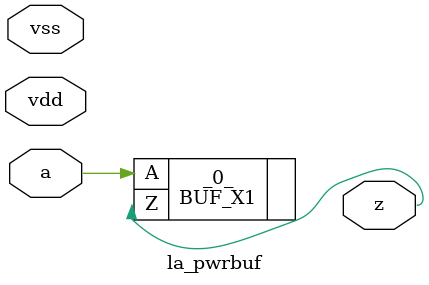
<source format=v>
/* Generated by Yosys 0.37 (git sha1 a5c7f69ed, clang 14.0.0-1ubuntu1.1 -fPIC -Os) */

module la_pwrbuf(vdd, vss, a, z);
  input a;
  wire a;
  input vdd;
  wire vdd;
  input vss;
  wire vss;
  output z;
  wire z;
  BUF_X1 _0_ (
    .A(a),
    .Z(z)
  );
endmodule

</source>
